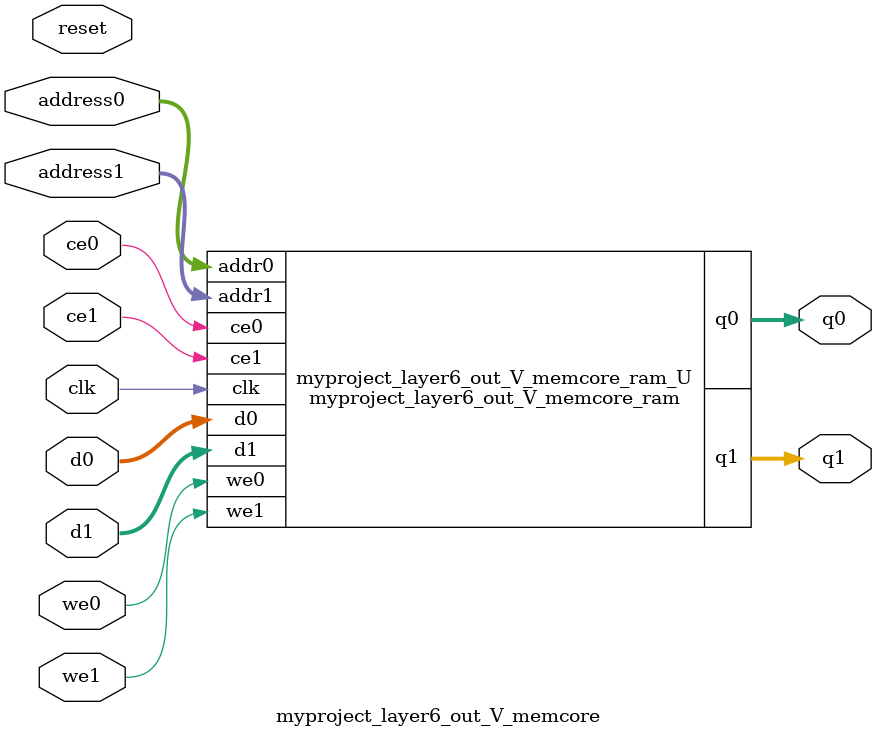
<source format=v>
`timescale 1 ns / 1 ps
module myproject_layer6_out_V_memcore_ram (addr0, ce0, d0, we0, q0, addr1, ce1, d1, we1, q1,  clk);

parameter DWIDTH = 14;
parameter AWIDTH = 12;
parameter MEM_SIZE = 3136;

input[AWIDTH-1:0] addr0;
input ce0;
input[DWIDTH-1:0] d0;
input we0;
output reg[DWIDTH-1:0] q0;
input[AWIDTH-1:0] addr1;
input ce1;
input[DWIDTH-1:0] d1;
input we1;
output reg[DWIDTH-1:0] q1;
input clk;

(* ram_style = "block" *)reg [DWIDTH-1:0] ram[0:MEM_SIZE-1];




always @(posedge clk)  
begin 
    if (ce0) 
    begin
        if (we0) 
        begin 
            ram[addr0] <= d0; 
        end 
        q0 <= ram[addr0];
    end
end


always @(posedge clk)  
begin 
    if (ce1) 
    begin
        if (we1) 
        begin 
            ram[addr1] <= d1; 
        end 
        q1 <= ram[addr1];
    end
end


endmodule

`timescale 1 ns / 1 ps
module myproject_layer6_out_V_memcore(
    reset,
    clk,
    address0,
    ce0,
    we0,
    d0,
    q0,
    address1,
    ce1,
    we1,
    d1,
    q1);

parameter DataWidth = 32'd14;
parameter AddressRange = 32'd3136;
parameter AddressWidth = 32'd12;
input reset;
input clk;
input[AddressWidth - 1:0] address0;
input ce0;
input we0;
input[DataWidth - 1:0] d0;
output[DataWidth - 1:0] q0;
input[AddressWidth - 1:0] address1;
input ce1;
input we1;
input[DataWidth - 1:0] d1;
output[DataWidth - 1:0] q1;



myproject_layer6_out_V_memcore_ram myproject_layer6_out_V_memcore_ram_U(
    .clk( clk ),
    .addr0( address0 ),
    .ce0( ce0 ),
    .we0( we0 ),
    .d0( d0 ),
    .q0( q0 ),
    .addr1( address1 ),
    .ce1( ce1 ),
    .we1( we1 ),
    .d1( d1 ),
    .q1( q1 ));

endmodule


</source>
